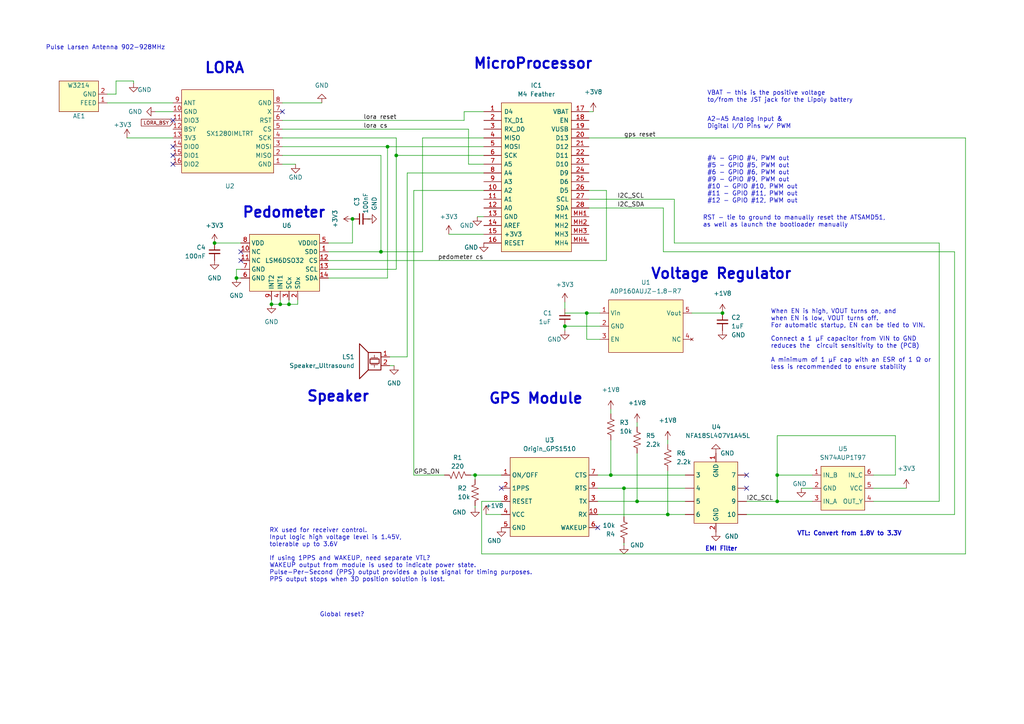
<source format=kicad_sch>
(kicad_sch (version 20211123) (generator eeschema)
  (paper "A4")
  (lib_symbols
    (symbol "Device:C_Small" (pin_numbers hide) (pin_names (offset 0.254) hide)
      (property "Reference" "C" (at 0.254 1.778 0))
      (property "Value" "C_Small" (at 0.254 -2.032 0))
      (symbol "C_Small_0_1"
        (polyline (pts (xy -1.524 -0.508) (xy 1.524 -0.508)) (stroke (width 0.3302)))
        (polyline (pts (xy -1.524 0.508) (xy 1.524 0.508)) (stroke (width 0.3048)))
      )
      (symbol "C_Small_1_1"
        (pin passive line (at 0 2.54 270) (length 2.032) (name "~") (number "1"))
        (pin passive line (at 0 -2.54 90) (length 2.032) (name "~") (number "2"))
      )
    )
    (symbol "Device:R_US" (pin_numbers hide) (pin_names (offset 0))
      (property "Reference" "R" (at 2.54 0 90))
      (property "Value" "R_US" (at -2.54 0 90))
      (symbol "R_US_0_1"
        (polyline (pts (xy 0 -2.286) (xy 0 -2.54)))
        (polyline (pts (xy 0 2.286) (xy 0 2.54)))
        (polyline (pts (xy 0 -0.762) (xy 1.016 -1.143) (xy 0 -1.524) (xy -1.016 -1.905) (xy 0 -2.286)))
        (polyline (pts (xy 0 0.762) (xy 1.016 0.381) (xy 0 0) (xy -1.016 -0.381) (xy 0 -0.762)))
        (polyline (pts (xy 0 2.286) (xy 1.016 1.905) (xy 0 1.524) (xy -1.016 1.143) (xy 0 0.762)))
      )
      (symbol "R_US_1_1"
        (pin passive line (at 0 3.81 270) (length 1.27) (name "~") (number "1"))
        (pin passive line (at 0 -3.81 90) (length 1.27) (name "~") (number "2"))
      )
    )
    (symbol "Device:Speaker_Ultrasound" (pin_names (offset 0) hide)
      (property "Reference" "LS" (at 0.635 5.715 0))
      (property "Value" "Speaker_Ultrasound" (at 0.635 3.81 0))
      (symbol "Speaker_Ultrasound_0_0"
        (rectangle (start -2.54 1.27) (end 1.143 -3.81) (stroke (width 0.254)))
        (rectangle (start -2.032 -0.635) (end 0.635 -1.905) (stroke (width 0.254)))
        (polyline (pts (xy -1.651 -2.286) (xy 0.381 -2.286)))
        (polyline (pts (xy -1.651 -0.254) (xy 0.381 -0.254)))
        (polyline (pts (xy -0.635 -2.286) (xy -0.635 -3.048)))
        (polyline (pts (xy -0.635 -0.254) (xy -0.635 0.508)))
        (polyline (pts (xy 1.143 1.27) (xy 3.683 3.81) (xy 3.683 -6.35) (xy 1.143 -3.81)) (stroke (width 0.254)))
      )
      (symbol "Speaker_Ultrasound_1_1"
        (pin input line (at -5.08 0 0) (length 2.54) (name "1") (number "1"))
        (pin input line (at -5.08 -2.54 0) (length 2.54) (name "2") (number "2"))
      )
    )
    (symbol "DogTracker:ADP160AUJZ-2.8-R7"
      (property "Reference" "U?" (at 0.635 1.27 0))
      (property "Value" "ADP160AUJZ-2.8-R7" (at 0.635 -1.27 0))
      (symbol "ADP160AUJZ-2.8-R7_0_1"
        (rectangle (start -10.16 -2.54) (end 11.43 -17.78) (fill (type background)))
      )
      (symbol "ADP160AUJZ-2.8-R7_1_1"
        (pin power_in line (at -12.7 -6.35 0) (length 2.54) (name "Vin") (number "1"))
        (pin input line (at -12.7 -10.16 0) (length 2.54) (name "GND") (number "2"))
        (pin input line (at -12.7 -13.97 0) (length 2.54) (name "EN") (number "3"))
        (pin no_connect line (at 13.97 -13.97 180) (length 2.54) (name "NC") (number "4"))
        (pin power_out line (at 13.97 -6.35 180) (length 2.54) (name "Vout") (number "5"))
      )
    )
    (symbol "DogTracker:LSM6DSO32"
      (property "Reference" "U?" (at -0.635 10.16 0))
      (property "Value" "LSM6DSO32" (at 0 0 0))
      (symbol "LSM6DSO32_0_1"
        (rectangle (start -10.16 7.62) (end 10.16 -8.89) (fill (type background)))
      )
      (symbol "LSM6DSO32_1_1"
        (pin input line (at -12.7 2.54 0) (length 2.54) (name "SD0") (number "1"))
        (pin input line (at 12.7 2.54 180) (length 2.54) (name "NC") (number "10"))
        (pin input line (at 12.7 0 180) (length 2.54) (name "NC") (number "11"))
        (pin input line (at -12.7 0 0) (length 2.54) (name "CS") (number "12"))
        (pin input line (at -12.7 -2.54 0) (length 2.54) (name "SCL") (number "13"))
        (pin input line (at -12.7 -5.08 0) (length 2.54) (name "SDA") (number "14"))
        (pin input line (at -3.81 -11.43 90) (length 2.54) (name "SDx") (number "2"))
        (pin input line (at -1.27 -11.43 90) (length 2.54) (name "SCx") (number "3"))
        (pin input line (at 1.27 -11.43 90) (length 2.54) (name "INT1") (number "4"))
        (pin input line (at -12.7 5.08 0) (length 2.54) (name "VDDIO") (number "5"))
        (pin input line (at 12.7 -5.08 180) (length 2.54) (name "GND") (number "6"))
        (pin input line (at 12.7 -2.54 180) (length 2.54) (name "GND") (number "7"))
        (pin input line (at 12.7 5.08 180) (length 2.54) (name "VDD") (number "8"))
        (pin input line (at 3.81 -11.43 90) (length 2.54) (name "INT2") (number "9"))
      )
    )
    (symbol "DogTracker:M4 Feather" (pin_names (offset 0.762))
      (property "Reference" "IC" (at 26.67 7.62 0))
      (property "Value" "M4 Feather" (at 26.67 5.08 0))
      (symbol "M4 Feather_0_0"
        (pin bidirectional line (at 0 0 0) (length 5.08) (name "D4") (number "1"))
        (pin bidirectional line (at 0 -22.86 0) (length 5.08) (name "A2") (number "10"))
        (pin bidirectional line (at 0 -25.4 0) (length 5.08) (name "A1") (number "11"))
        (pin bidirectional line (at 0 -27.94 0) (length 5.08) (name "A0") (number "12"))
        (pin power_in line (at 0 -30.48 0) (length 5.08) (name "GND") (number "13"))
        (pin bidirectional line (at 0 -33.02 0) (length 5.08) (name "AREF") (number "14"))
        (pin power_in line (at 0 -35.56 0) (length 5.08) (name "+3V3") (number "15"))
        (pin input line (at 0 -38.1 0) (length 5.08) (name "RESET") (number "16"))
        (pin power_in line (at 30.48 0 180) (length 5.08) (name "VBAT") (number "17"))
        (pin input line (at 30.48 -2.54 180) (length 5.08) (name "EN") (number "18"))
        (pin power_in line (at 30.48 -5.08 180) (length 5.08) (name "VUSB") (number "19"))
        (pin bidirectional line (at 0 -2.54 0) (length 5.08) (name "TX_D1") (number "2"))
        (pin bidirectional line (at 30.48 -7.62 180) (length 5.08) (name "D13") (number "20"))
        (pin bidirectional line (at 30.48 -10.16 180) (length 5.08) (name "D12") (number "21"))
        (pin bidirectional line (at 30.48 -12.7 180) (length 5.08) (name "D11") (number "22"))
        (pin bidirectional line (at 30.48 -15.24 180) (length 5.08) (name "D10") (number "23"))
        (pin bidirectional line (at 30.48 -17.78 180) (length 5.08) (name "D9") (number "24"))
        (pin bidirectional line (at 30.48 -20.32 180) (length 5.08) (name "D6") (number "25"))
        (pin bidirectional line (at 30.48 -22.86 180) (length 5.08) (name "D5") (number "26"))
        (pin bidirectional line (at 30.48 -25.4 180) (length 5.08) (name "SCL") (number "27"))
        (pin bidirectional line (at 30.48 -27.94 180) (length 5.08) (name "SDA") (number "28"))
        (pin bidirectional line (at 0 -5.08 0) (length 5.08) (name "RX_D0") (number "3"))
        (pin bidirectional line (at 0 -7.62 0) (length 5.08) (name "MISO") (number "4"))
        (pin bidirectional line (at 0 -10.16 0) (length 5.08) (name "MOSI") (number "5"))
        (pin bidirectional line (at 0 -12.7 0) (length 5.08) (name "SCK") (number "6"))
        (pin bidirectional line (at 0 -15.24 0) (length 5.08) (name "A5") (number "7"))
        (pin bidirectional line (at 0 -17.78 0) (length 5.08) (name "A4") (number "8"))
        (pin bidirectional line (at 0 -20.32 0) (length 5.08) (name "A3") (number "9"))
        (pin passive line (at 30.48 -30.48 180) (length 5.08) (name "MH1") (number "MH1"))
        (pin passive line (at 30.48 -33.02 180) (length 5.08) (name "MH2") (number "MH2"))
        (pin passive line (at 30.48 -35.56 180) (length 5.08) (name "MH3") (number "MH3"))
        (pin passive line (at 30.48 -38.1 180) (length 5.08) (name "MH4") (number "MH4"))
      )
      (symbol "M4 Feather_0_1"
        (polyline (pts (xy 5.08 2.54) (xy 25.4 2.54) (xy 25.4 -40.64) (xy 5.08 -40.64) (xy 5.08 2.54)) (stroke (width 0.1524)) (fill (type background)))
      )
    )
    (symbol "DogTracker:NFA18SL407V1A45L"
      (property "Reference" "U2" (at -1.27 6.35 0))
      (property "Value" "NFA18SL407V1A45L" (at -8.89 3.81 0))
      (symbol "NFA18SL407V1A45L_0_1"
        (rectangle (start -6.35 -3.81) (end 6.35 -21.59) (fill (type background)))
      )
      (symbol "NFA18SL407V1A45L_1_1"
        (pin output line (at 8.89 -19.05 180) (length 2.54) (name "10") (number ""))
        (pin input line (at -8.89 -7.62 0) (length 2.54) (name "3") (number ""))
        (pin input line (at -8.89 -11.43 0) (length 2.54) (name "4") (number ""))
        (pin input line (at -8.89 -15.24 0) (length 2.54) (name "5") (number ""))
        (pin input line (at -8.89 -19.05 0) (length 2.54) (name "6") (number ""))
        (pin output line (at 8.89 -7.62 180) (length 2.54) (name "7") (number ""))
        (pin output line (at 8.89 -11.43 180) (length 2.54) (name "8") (number ""))
        (pin output line (at 8.89 -15.24 180) (length 2.54) (name "9") (number ""))
        (pin input line (at 0 -1.27 270) (length 2.54) (name "GND") (number "1"))
        (pin input line (at 0 -24.13 90) (length 2.54) (name "GND") (number "2"))
      )
    )
    (symbol "DogTracker:Origin_GPS1510"
      (property "Reference" "U?" (at 0 1.27 0))
      (property "Value" "Origin_GPS1510" (at 0 -1.27 0))
      (symbol "Origin_GPS1510_0_1"
        (rectangle (start -11.43 -3.81) (end 11.43 -26.67) (fill (type background)))
      )
      (symbol "Origin_GPS1510_1_1"
        (pin input line (at -13.97 -8.89 0) (length 2.54) (name "ON/OFF") (number "1"))
        (pin bidirectional line (at 13.97 -20.32 180) (length 2.54) (name "RX") (number "10"))
        (pin output line (at -13.97 -12.7 0) (length 2.54) (name "1PPS") (number "2"))
        (pin bidirectional line (at 13.97 -16.51 180) (length 2.54) (name "TX") (number "3"))
        (pin power_in line (at -13.97 -20.32 0) (length 2.54) (name "VCC") (number "4"))
        (pin input line (at -13.97 -24.13 0) (length 2.54) (name "GND") (number "5"))
        (pin output line (at 13.97 -24.13 180) (length 2.54) (name "WAKEUP") (number "6"))
        (pin bidirectional line (at 13.97 -8.89 180) (length 2.54) (name "CTS") (number "7"))
        (pin input line (at -13.97 -16.51 0) (length 2.54) (name "RESET") (number "8"))
        (pin bidirectional line (at 13.97 -12.7 180) (length 2.54) (name "RTS") (number "9"))
      )
    )
    (symbol "DogTracker:SN74AUP1T97"
      (property "Reference" "U" (at 0 5.08 0))
      (property "Value" "SN74AUP1T97" (at 0 2.54 0))
      (symbol "SN74AUP1T97_0_1"
        (rectangle (start -6.35 1.27) (end 6.35 -11.43) (fill (type background)))
      )
      (symbol "SN74AUP1T97_1_1"
        (pin input line (at -8.89 -1.27 0) (length 2.54) (name "IN_B") (number "1"))
        (pin input line (at -8.89 -5.08 0) (length 2.54) (name "GND") (number "2"))
        (pin input line (at -8.89 -8.89 0) (length 2.54) (name "IN_A") (number "3"))
        (pin output line (at 8.89 -8.89 180) (length 2.54) (name "OUT_Y") (number "4"))
        (pin power_in line (at 8.89 -5.08 180) (length 2.54) (name "VCC") (number "5"))
        (pin input line (at 8.89 -1.27 180) (length 2.54) (name "IN_C") (number "6"))
      )
    )
    (symbol "DogTracker:SX1280IMLTRT_Radio"
      (property "Reference" "U" (at 0 12.7 0))
      (property "Value" "SX1280IMLTRT_Radio" (at 1.27 -11.43 0))
      (symbol "SX1280IMLTRT_Radio_0_1"
        (rectangle (start -12.7 11.43) (end 13.97 -12.7) (fill (type background)))
      )
      (symbol "SX1280IMLTRT_Radio_1_1"
        (pin bidirectional line (at -15.24 8.89 0) (length 2.54) (name "GND") (number "1"))
        (pin bidirectional line (at 16.51 -6.35 180) (length 2.54) (name "GND") (number "10"))
        (pin bidirectional line (at 16.51 -3.81 180) (length 2.54) (name "DIO3") (number "11"))
        (pin bidirectional line (at 16.51 -1.27 180) (length 2.54) (name "BSY") (number "12"))
        (pin bidirectional line (at 16.51 1.27 180) (length 2.54) (name "3V3") (number "13"))
        (pin bidirectional line (at 16.51 3.81 180) (length 2.54) (name "DIO0") (number "14"))
        (pin bidirectional line (at 16.51 6.35 180) (length 2.54) (name "DIO1") (number "15"))
        (pin bidirectional line (at 16.51 8.89 180) (length 2.54) (name "DIO2") (number "16"))
        (pin bidirectional line (at -15.24 6.35 0) (length 2.54) (name "MISO") (number "2"))
        (pin bidirectional line (at -15.24 3.81 0) (length 2.54) (name "MOSI") (number "3"))
        (pin bidirectional line (at -15.24 1.27 0) (length 2.54) (name "SCK") (number "4"))
        (pin bidirectional line (at -15.24 -1.27 0) (length 2.54) (name "CS") (number "5"))
        (pin bidirectional line (at -15.24 -3.81 0) (length 2.54) (name "RST") (number "6"))
        (pin bidirectional line (at -15.24 -6.35 0) (length 2.54) (name "X") (number "7"))
        (pin bidirectional line (at -15.24 -8.89 0) (length 2.54) (name "GND") (number "8"))
        (pin bidirectional line (at 16.51 -8.89 180) (length 2.54) (name "ANT") (number "9"))
      )
    )
    (symbol "DogTracker:W3214"
      (property "Reference" "AE" (at 0 5.08 0))
      (property "Value" "W3214" (at 0 -3.81 0))
      (symbol "W3214_0_1"
        (rectangle (start -5.08 3.81) (end 6.35 -5.08) (fill (type background)))
      )
      (symbol "W3214_1_1"
        (pin bidirectional line (at -7.62 1.27 0) (length 2.54) (name "FEED") (number "1"))
        (pin bidirectional line (at -7.62 -1.27 0) (length 2.54) (name "GND") (number "2"))
      )
    )
    (symbol "power:+1V8" (power) (pin_names (offset 0))
      (property "Value" "+1V8" (at 0 3.556 0))
      (symbol "+1V8_0_1"
        (polyline (pts (xy -0.762 1.27) (xy 0 2.54)))
        (polyline (pts (xy 0 0) (xy 0 2.54)))
        (polyline (pts (xy 0 2.54) (xy 0.762 1.27)))
      )
      (symbol "+1V8_1_1"
        (pin power_in line (at 0 0 90) (length 0) hide (name "+1V8") (number "1"))
      )
    )
    (symbol "power:+3V3" (power) (pin_names (offset 0))
      (property "Value" "+3V3" (at 0 3.556 0))
      (symbol "+3V3_0_1"
        (polyline (pts (xy -0.762 1.27) (xy 0 2.54)))
        (polyline (pts (xy 0 0) (xy 0 2.54)))
        (polyline (pts (xy 0 2.54) (xy 0.762 1.27)))
      )
      (symbol "+3V3_1_1"
        (pin power_in line (at 0 0 90) (length 0) hide (name "+3V3") (number "1"))
      )
    )
    (symbol "power:+3V8" (power) (pin_names (offset 0))
      (property "Value" "+3V8" (at 0 3.556 0))
      (symbol "+3V8_0_1"
        (polyline (pts (xy -0.762 1.27) (xy 0 2.54)))
        (polyline (pts (xy 0 0) (xy 0 2.54)))
        (polyline (pts (xy 0 2.54) (xy 0.762 1.27)))
      )
      (symbol "+3V8_1_1"
        (pin power_in line (at 0 0 90) (length 0) hide (name "+3V8") (number "1"))
      )
    )
    (symbol "power:GND" (power) (pin_names (offset 0))
      (property "Value" "GND" (at 0 -3.81 0))
      (symbol "GND_0_1"
        (polyline (pts (xy 0 0) (xy 0 -1.27) (xy 1.27 -1.27) (xy 0 -2.54) (xy -1.27 -1.27) (xy 0 -1.27)))
      )
      (symbol "GND_1_1"
        (pin power_in line (at 0 0 270) (length 0) hide (name "GND") (number "1"))
      )
    )
  )
  (junction (at 114.935 45.085))
  (junction (at 78.74 88.265))
  (junction (at 184.785 145.415))
  (junction (at 137.795 137.795))
  (junction (at 177.165 137.795))
  (junction (at 209.55 90.805))
  (junction (at 170.18 90.805))
  (junction (at 163.83 94.615))
  (junction (at 180.975 141.605))
  (junction (at 112.395 42.545))
  (junction (at 110.49 73.025))
  (junction (at 83.82 88.265))
  (junction (at 225.425 137.795))
  (junction (at 102.235 63.5))
  (junction (at 193.675 149.225))
  (junction (at 62.23 70.485))
  (junction (at 68.58 80.645))
  (junction (at 225.425 145.415))
  (junction (at 81.28 88.265))
  (no_connect (at 216.535 137.795))
  (no_connect (at 145.415 141.605))
  (no_connect (at 69.85 73.025))
  (no_connect (at 69.85 75.565))
  (no_connect (at 50.165 34.925))
  (no_connect (at 50.165 47.625))
  (no_connect (at 50.165 45.085))
  (no_connect (at 50.165 42.545))
  (no_connect (at 81.915 32.385))
  (no_connect (at 173.355 153.035))
  (no_connect (at 216.535 141.605))
  (wire (pts (xy 81.28 88.265) (xy 78.74 88.265)))
  (wire (pts (xy 112.395 42.545) (xy 112.395 80.645)))
  (wire (pts (xy 122.555 40.005) (xy 122.555 73.025)))
  (wire (pts (xy 93.345 29.845) (xy 81.915 29.845)))
  (wire (pts (xy 140.97 149.225) (xy 145.415 149.225)))
  (wire (pts (xy 225.425 145.415) (xy 235.585 145.415)))
  (wire (pts (xy 69.85 78.105) (xy 68.58 78.105)))
  (wire (pts (xy 110.49 73.025) (xy 95.25 73.025)))
  (wire (pts (xy 163.83 90.805) (xy 170.18 90.805)))
  (wire (pts (xy 193.675 136.525) (xy 193.675 149.225)))
  (wire (pts (xy 170.815 60.325) (xy 192.405 60.325)))
  (wire (pts (xy 112.395 42.545) (xy 140.335 42.545)))
  (wire (pts (xy 137.795 146.685) (xy 137.795 147.32)))
  (wire (pts (xy 276.86 73.025) (xy 276.86 149.225)))
  (wire (pts (xy 170.815 55.245) (xy 175.895 55.245)))
  (wire (pts (xy 33.655 27.305) (xy 33.655 23.495)))
  (wire (pts (xy 173.355 137.795) (xy 177.165 137.795)))
  (wire (pts (xy 81.915 42.545) (xy 112.395 42.545)))
  (wire (pts (xy 195.58 57.785) (xy 195.58 70.485)))
  (wire (pts (xy 138.43 62.865) (xy 140.335 62.865)))
  (wire (pts (xy 175.895 75.565) (xy 175.895 55.245)))
  (wire (pts (xy 106.68 63.5) (xy 107.315 63.5)))
  (wire (pts (xy 140.335 67.945) (xy 130.175 67.945)))
  (wire (pts (xy 280.035 160.655) (xy 139.7 160.655)))
  (wire (pts (xy 180.975 141.605) (xy 198.755 141.605)))
  (wire (pts (xy 114.935 78.105) (xy 95.25 78.105)))
  (wire (pts (xy 120.015 55.245) (xy 120.015 137.795)))
  (wire (pts (xy 83.82 86.995) (xy 83.82 88.265)))
  (wire (pts (xy 110.49 45.085) (xy 110.49 73.025)))
  (wire (pts (xy 225.425 137.795) (xy 235.585 137.795)))
  (wire (pts (xy 36.83 40.005) (xy 50.165 40.005)))
  (wire (pts (xy 134.62 34.925) (xy 134.62 32.385)))
  (wire (pts (xy 68.58 78.105) (xy 68.58 80.645)))
  (wire (pts (xy 170.18 90.805) (xy 170.18 98.425)))
  (wire (pts (xy 272.415 70.485) (xy 272.415 145.415)))
  (wire (pts (xy 259.715 137.795) (xy 253.365 137.795)))
  (wire (pts (xy 135.89 47.625) (xy 135.89 37.465)))
  (wire (pts (xy 192.405 60.325) (xy 192.405 73.025)))
  (wire (pts (xy 95.25 80.645) (xy 112.395 80.645)))
  (wire (pts (xy 225.425 126.365) (xy 259.715 126.365)))
  (wire (pts (xy 86.36 86.995) (xy 86.36 88.265)))
  (wire (pts (xy 173.355 141.605) (xy 180.975 141.605)))
  (wire (pts (xy 118.11 103.505) (xy 118.11 50.165)))
  (wire (pts (xy 232.41 141.605) (xy 235.585 141.605)))
  (wire (pts (xy 81.28 86.995) (xy 81.28 88.265)))
  (wire (pts (xy 137.795 137.795) (xy 145.415 137.795)))
  (wire (pts (xy 225.425 145.415) (xy 225.425 137.795)))
  (wire (pts (xy 163.83 87.63) (xy 163.83 89.535)))
  (wire (pts (xy 139.7 145.415) (xy 145.415 145.415)))
  (wire (pts (xy 184.785 145.415) (xy 198.755 145.415)))
  (wire (pts (xy 193.675 127.635) (xy 193.675 128.905)))
  (wire (pts (xy 118.11 50.165) (xy 140.335 50.165)))
  (wire (pts (xy 177.165 127.635) (xy 177.165 137.795)))
  (wire (pts (xy 114.935 45.085) (xy 114.935 78.105)))
  (wire (pts (xy 86.36 88.265) (xy 83.82 88.265)))
  (wire (pts (xy 216.535 145.415) (xy 225.425 145.415)))
  (wire (pts (xy 120.015 137.795) (xy 128.905 137.795)))
  (wire (pts (xy 173.355 149.225) (xy 193.675 149.225)))
  (wire (pts (xy 225.425 137.795) (xy 225.425 126.365)))
  (wire (pts (xy 114.935 45.085) (xy 114.935 40.005)))
  (wire (pts (xy 135.89 37.465) (xy 81.915 37.465)))
  (wire (pts (xy 140.335 55.245) (xy 120.015 55.245)))
  (wire (pts (xy 137.795 139.065) (xy 137.795 137.795)))
  (wire (pts (xy 102.235 70.485) (xy 95.25 70.485)))
  (wire (pts (xy 170.18 90.805) (xy 173.99 90.805)))
  (wire (pts (xy 170.815 57.785) (xy 195.58 57.785)))
  (wire (pts (xy 114.3 106.045) (xy 113.03 106.045)))
  (wire (pts (xy 95.25 75.565) (xy 175.895 75.565)))
  (wire (pts (xy 139.7 160.655) (xy 139.7 145.415)))
  (wire (pts (xy 122.555 40.005) (xy 140.335 40.005)))
  (wire (pts (xy 81.915 34.925) (xy 134.62 34.925)))
  (wire (pts (xy 184.785 131.445) (xy 184.785 145.415)))
  (wire (pts (xy 81.915 45.085) (xy 110.49 45.085)))
  (wire (pts (xy 177.165 118.745) (xy 177.165 120.015)))
  (wire (pts (xy 193.675 149.225) (xy 198.755 149.225)))
  (wire (pts (xy 69.85 70.485) (xy 62.23 70.485)))
  (wire (pts (xy 85.725 47.625) (xy 81.915 47.625)))
  (wire (pts (xy 163.83 94.615) (xy 173.99 94.615)))
  (wire (pts (xy 195.58 70.485) (xy 272.415 70.485)))
  (wire (pts (xy 276.86 149.225) (xy 216.535 149.225)))
  (wire (pts (xy 163.83 94.615) (xy 163.83 95.885)))
  (wire (pts (xy 78.74 86.995) (xy 78.74 88.265)))
  (wire (pts (xy 113.03 103.505) (xy 118.11 103.505)))
  (wire (pts (xy 180.975 141.605) (xy 180.975 149.86)))
  (wire (pts (xy 31.115 27.305) (xy 33.655 27.305)))
  (wire (pts (xy 173.355 145.415) (xy 184.785 145.415)))
  (wire (pts (xy 50.165 32.385) (xy 45.085 32.385)))
  (wire (pts (xy 50.165 29.845) (xy 31.115 29.845)))
  (wire (pts (xy 135.89 47.625) (xy 140.335 47.625)))
  (wire (pts (xy 38.735 23.495) (xy 38.735 24.13)))
  (wire (pts (xy 83.82 88.265) (xy 81.28 88.265)))
  (wire (pts (xy 170.815 40.005) (xy 280.035 40.005)))
  (wire (pts (xy 184.785 122.555) (xy 184.785 123.825)))
  (wire (pts (xy 280.035 40.005) (xy 280.035 160.655)))
  (wire (pts (xy 114.935 45.085) (xy 140.335 45.085)))
  (wire (pts (xy 122.555 73.025) (xy 110.49 73.025)))
  (wire (pts (xy 180.975 157.48) (xy 180.975 158.115)))
  (wire (pts (xy 114.935 40.005) (xy 81.915 40.005)))
  (wire (pts (xy 192.405 73.025) (xy 276.86 73.025)))
  (wire (pts (xy 253.365 141.605) (xy 262.89 141.605)))
  (wire (pts (xy 33.655 23.495) (xy 38.735 23.495)))
  (wire (pts (xy 259.715 126.365) (xy 259.715 137.795)))
  (wire (pts (xy 102.235 63.5) (xy 102.235 70.485)))
  (wire (pts (xy 272.415 145.415) (xy 253.365 145.415)))
  (wire (pts (xy 134.62 32.385) (xy 140.335 32.385)))
  (wire (pts (xy 170.18 98.425) (xy 173.99 98.425)))
  (wire (pts (xy 136.525 137.795) (xy 137.795 137.795)))
  (wire (pts (xy 177.165 137.795) (xy 198.755 137.795)))
  (wire (pts (xy 69.85 80.645) (xy 68.58 80.645)))
  (wire (pts (xy 200.66 90.805) (xy 209.55 90.805)))
  (wire (pts (xy 172.085 32.385) (xy 170.815 32.385)))
  (text "#4 - GPIO #4, PWM out\n#5 - GPIO #5, PWM out\n#6 - GPIO #6, PWM out\n#9 - GPIO #9, PWM out\n#10 - GPIO #10, PWM out\n#11 - GPIO #11, PWM out\n#12 - GPIO #12, PWM out" (at 205.105 59.055 0) (effects (font (size 1.27 1.27)) (justify left bottom)))
  (text "VTL: Convert from 1.8V to 3.3V" (at 231.14 155.575 0) (effects (font (size 1.27 1.27) (thickness 0.254) bold) (justify left bottom)))
  (text "Pulse Larsen Antenna 902-928MHz " (at 48.895 14.605 180) (effects (font (size 1.27 1.27)) (justify right bottom)))
  (text "Voltage Regulator" (at 188.595 81.28 0) (effects (font (size 3 3) (thickness 0.6) bold) (justify left bottom)))
  (text "EMI Filter" (at 204.47 160.02 0) (effects (font (size 1.27 1.27) (thickness 0.254) bold) (justify left bottom)))
  (text "LORA" (at 71.12 21.59 180) (effects (font (size 3 3) (thickness 0.6) bold) (justify right bottom)))
  (text "Pedometer" (at 94.615 63.5 180) (effects (font (size 3 3) (thickness 0.6) bold) (justify right bottom)))
  (text "VBAT - this is the positive voltage \nto/from the JST jack for the Lipoly battery" (at 205.105 29.845 0) (effects (font (size 1.27 1.27)) (justify left bottom)))
  (text "MicroProcessor\n" (at 137.16 20.32 0) (effects (font (size 3 3) (thickness 0.6) bold) (justify left bottom)))
  (text "RX used for receiver control. \nInput logic high voltage level is 1.45V, \ntolerable up to 3.6V" (at 78.105 158.75 0) (effects (font (size 1.27 1.27)) (justify left bottom)))
  (text "If using 1PPS and WAKEUP, need separate VTL?\nWAKEUP output from module is used to indicate power state.\nPulse-Per-Second (PPS) output provides a pulse signal for timing purposes.\nPPS output stops when 3D position solution is lost.\n" (at 78.105 168.91 0) (effects (font (size 1.27 1.27)) (justify left bottom)))
  (text "When EN is high, VOUT turns on, and \nwhen EN is low, VOUT turns off. \nFor automatic startup, EN can be tied to VIN." (at 223.52 95.25 0) (effects (font (size 1.27 1.27)) (justify left bottom)))
  (text "A2-A5 Analog Input &\nDigital I/O Pins w/ PWM\n" (at 205.105 37.465 0) (effects (font (size 1.27 1.27)) (justify left bottom)))
  (text "Global reset?" (at 92.71 179.07 0) (effects (font (size 1.27 1.27)) (justify left bottom)))
  (text "Connect a 1 μF capacitor from VIN to GND \nreduces the  circuit sensitivity to the (PCB)\n\nA minimum of 1 μF cap with an ESR of 1 Ω or \nless is recommended to ensure stability " (at 223.52 107.315 0) (effects (font (size 1.27 1.27)) (justify left bottom)))
  (text "GPS Module" (at 141.605 117.475 0) (effects (font (size 3 3) (thickness 0.6) bold) (justify left bottom)))
  (text "RST - tie to ground to manually reset the ATSAMD51,\nas well as launch the bootloader manually" (at 203.835 66.04 0) (effects (font (size 1.27 1.27)) (justify left bottom)))
  (text "Speaker\n" (at 107.315 116.84 180) (effects (font (size 3 3) (thickness 0.6) bold) (justify right bottom)))
  (label "pedometer cs" (at 127 75.565 0))
  (label "GPS_ON" (at 120.015 137.795 0))
  (label "lora cs" (at 105.41 37.465 0))
  (label "I2C_SCL" (at 216.535 145.415 0))
  (label "I2C_SCL" (at 179.07 57.785 0))
  (label "lora reset" (at 105.41 34.925 0))
  (label "gps reset" (at 180.975 40.005 0))
  (label "I2C_SDA" (at 179.07 60.325 0))
  (global_label "LORA_BSY" (shape input) (at 50.165 35.56 180) (effects (font (size 1 1))) (property "Intersheet References" "${INTERSHEET_REFS}" (effects hide)))
  (symbol (lib_id "power:GND") (at 85.725 47.625 0) (unit 1)
    (property "Reference" "#PWR0128" (effects hide))
    (property "Value" "GND" (at 85.725 51.435 0))
  )
  (symbol (lib_id "power:+3V3") (at 62.23 70.485 0) (mirror y) (unit 1)
    (property "Reference" "#PWR0132" (effects hide))
    (property "Value" "+3V3" (at 62.23 65.405 0))
  )
  (symbol (lib_id "power:GND") (at 93.345 29.845 180) (unit 1)
    (property "Reference" "#PWR0127" (effects hide))
    (property "Value" "GND" (at 93.345 24.765 0))
  )
  (symbol (lib_id "power:GND") (at 180.975 158.115 0) (unit 1)
    (property "Reference" "#PWR0110" (effects hide))
    (property "Value" "GND" (at 184.785 158.115 0))
  )
  (symbol (lib_id "power:+3V8") (at 172.085 32.385 0) (unit 1)
    (property "Reference" "#PWR0107" (effects hide))
    (property "Value" "+3V8" (at 172.085 26.67 0))
  )
  (symbol (lib_id "power:GND") (at 106.68 63.5 90) (mirror x) (unit 1)
    (property "Reference" "#PWR0102" (effects hide))
    (property "Value" "GND" (at 108.585 59.055 0))
  )
  (symbol (lib_id "Device:C_Small") (at 62.23 73.025 0) (mirror y) (unit 1)
    (property "Reference" "C4" (at 59.69 71.7612 0) (effects (justify left)))
    (property "Value" "100nF" (at 59.69 74.3012 0) (effects (justify left)))
    (property "Footprint" "Capacitor_SMD:C_0402_1005Metric" (effects hide))
  )
  (symbol (lib_id "power:+3V3") (at 163.83 87.63 0) (unit 1)
    (property "Reference" "#PWR?" (effects hide))
    (property "Value" "+3V3" (at 163.83 82.55 0))
  )
  (symbol (lib_id "power:+1V8") (at 184.785 122.555 0) (unit 1)
    (property "Reference" "#PWR?" (effects hide))
    (property "Value" "+1V8" (at 184.785 116.84 0))
  )
  (symbol (lib_id "power:+1V8") (at 177.165 118.745 0) (unit 1)
    (property "Reference" "#PWR?" (effects hide))
    (property "Value" "+1V8" (at 177.165 113.03 0))
  )
  (symbol (lib_id "power:+1V8") (at 193.675 127.635 0) (unit 1)
    (property "Reference" "#PWR?" (effects hide))
    (property "Value" "+1V8" (at 193.675 121.92 0))
  )
  (symbol (lib_id "Device:R_US") (at 132.715 137.795 90) (mirror x) (unit 1)
    (property "Reference" "R1" (at 132.715 132.715 90))
    (property "Value" "220" (at 132.715 135.255 90))
    (property "Footprint" "Resistor_SMD:R_0402_1005Metric" (effects hide))
  )
  (symbol (lib_id "Device:Speaker_Ultrasound") (at 107.95 103.505 0) (mirror y) (unit 1)
    (property "Reference" "LS1" (at 102.87 103.5049 0) (effects (justify left)))
    (property "Value" "Speaker_Ultrasound" (at 102.87 106.0449 0) (effects (justify left)))
  )
  (symbol (lib_id "DogTracker:Origin_GPS1510") (at 159.385 128.905 0) (unit 1)
    (property "Reference" "U3" (at 159.385 127.635 0))
    (property "Value" "Origin_GPS1510" (at 159.385 130.175 0))
    (property "Footprint" "Dog_Tracker:OriginGPS_LTD-ORG1510-MK04-0" (effects hide))
  )
  (symbol (lib_id "power:+3V3") (at 130.175 67.945 0) (unit 1)
    (property "Reference" "#PWR?" (effects hide))
    (property "Value" "+3V3" (at 130.175 62.865 0))
  )
  (symbol (lib_id "Device:R_US") (at 137.795 142.875 0) (mirror y) (unit 1)
    (property "Reference" "R2" (at 132.715 141.605 0) (effects (justify right)))
    (property "Value" "10k" (at 132.715 144.145 0) (effects (justify right)))
    (property "Footprint" "Resistor_SMD:R_0402_1005Metric" (effects hide))
  )
  (symbol (lib_id "power:+1V8") (at 140.97 149.225 0) (unit 1)
    (property "Reference" "#PWR0114" (effects hide))
    (property "Value" "+1V8" (at 146.05 146.685 0) (effects (justify right)))
  )
  (symbol (lib_id "power:GND") (at 207.645 154.305 0) (unit 1)
    (property "Reference" "#PWR0113" (effects hide))
    (property "Value" "GND" (at 210.185 155.5749 0) (effects (justify left)))
  )
  (symbol (lib_id "DogTracker:SX1280IMLTRT_Radio") (at 66.675 38.735 180) (unit 1)
    (property "Reference" "U2" (at 66.675 53.975 0))
    (property "Value" "SX1280IMLTRT" (at 66.675 38.735 0))
    (property "Footprint" "Dog_Tracker:SX1280IMLTRT" (effects hide))
  )
  (symbol (lib_id "power:GND") (at 207.645 131.445 180) (unit 1)
    (property "Reference" "#PWR0109" (effects hide))
    (property "Value" "GND" (at 208.915 131.445 0) (effects (justify right)))
  )
  (symbol (lib_id "Device:R_US") (at 184.785 127.635 180) (unit 1)
    (property "Reference" "R5" (at 187.325 126.3649 0) (effects (justify right)))
    (property "Value" "2.2k" (at 187.325 128.9049 0) (effects (justify right)))
    (property "Footprint" "Resistor_SMD:R_0402_1005Metric" (effects hide))
  )
  (symbol (lib_id "Device:R_US") (at 180.975 153.67 0) (unit 1)
    (property "Reference" "R4" (at 178.435 154.9401 0) (effects (justify right)))
    (property "Value" "10k" (at 178.435 152.4001 0) (effects (justify right)))
    (property "Footprint" "Resistor_SMD:R_0402_1005Metric" (effects hide))
  )
  (symbol (lib_id "power:GND") (at 163.83 95.885 0) (unit 1)
    (property "Reference" "#PWR0119" (effects hide))
    (property "Value" "GND" (at 158.75 98.425 0) (effects (justify left)))
  )
  (symbol (lib_id "power:+3V3") (at 262.89 141.605 0) (unit 1)
    (property "Reference" "#PWR?" (effects hide))
    (property "Value" "+3V3" (at 262.89 135.89 0))
  )
  (symbol (lib_id "Device:C_Small") (at 209.55 93.345 0) (unit 1)
    (property "Reference" "C2" (at 212.09 92.0812 0) (effects (justify left)))
    (property "Value" "1uF" (at 212.09 94.6212 0) (effects (justify left)))
    (property "Footprint" "Capacitor_SMD:C_0402_1005Metric" (effects hide))
  )
  (symbol (lib_id "DogTracker:M4 Feather") (at 140.335 32.385 0) (unit 1)
    (property "Reference" "IC1" (at 155.575 24.765 0))
    (property "Value" "M4 Feather" (at 155.575 27.305 0))
    (property "Footprint" "Dog_Tracker:M4Feather" (effects hide))
    (property "Datasheet" "https://learn.adafruit.com/adafruit-feather-m4-express-atsamd51/assembly" (effects hide))
    (property "Description" "Development Boards & Kits - ARM Adafruit Feather M4 Express - Featuring ATSAMD51 - ATSAMD51 Cortex M4" (effects hide))
    (property "Height" "7" (effects hide))
    (property "Manufacturer_Name" "Adafruit" (effects hide))
    (property "Manufacturer_Part_Number" "3857" (effects hide))
    (property "Mouser Part Number" "485-3857" (effects hide))
    (property "Mouser Price/Stock" "https://www.mouser.co.uk/ProductDetail/Adafruit/3857?qs=%252BEew9%252B0nqrAB3p5SH3%252By1Q%3D%3D" (effects hide))
    (property "Arrow Part Number" "3857" (effects hide))
    (property "Arrow Price/Stock" "https://www.arrow.com/en/products/3857/adafruit-industries" (effects hide))
  )
  (symbol (lib_id "Device:C_Small") (at 163.83 92.075 0) (mirror y) (unit 1)
    (property "Reference" "C1" (at 157.48 90.805 0) (effects (justify right)))
    (property "Value" "1uF" (at 156.21 93.345 0) (effects (justify right)))
    (property "Footprint" "Capacitor_SMD:C_0402_1005Metric" (effects hide))
  )
  (symbol (lib_id "power:GND") (at 62.23 75.565 0) (mirror y) (unit 1)
    (property "Reference" "#PWR0133" (effects hide))
    (property "Value" "GND" (at 62.23 80.645 0))
  )
  (symbol (lib_id "DogTracker:W3214") (at 23.495 28.575 180) (unit 1)
    (property "Reference" "AE1" (at 24.765 33.655 0) (effects (justify left)))
    (property "Value" "W3214" (at 26.035 24.765 0) (effects (justify left)))
  )
  (symbol (lib_id "power:GND") (at 45.085 32.385 270) (unit 1)
    (property "Reference" "#PWR0131" (effects hide))
    (property "Value" "GND" (at 41.275 32.3851 90) (effects (justify right)))
  )
  (symbol (lib_id "power:GND") (at 68.58 80.645 0) (mirror y) (unit 1)
    (property "Reference" "#PWR0105" (effects hide))
    (property "Value" "GND" (at 68.58 85.725 0))
  )
  (symbol (lib_id "power:GND") (at 232.41 141.605 0) (unit 1)
    (property "Reference" "#PWR0112" (effects hide))
    (property "Value" "GND" (at 229.87 140.335 0) (effects (justify left)))
  )
  (symbol (lib_id "power:GND") (at 114.3 106.045 0) (mirror y) (unit 1)
    (property "Reference" "#PWR0103" (effects hide))
    (property "Value" "GND" (at 114.3 111.125 0))
  )
  (symbol (lib_id "DogTracker:ADP160AUJZ-2.8-R7") (at 186.69 84.455 0) (unit 1)
    (property "Reference" "U1" (at 187.325 81.915 0))
    (property "Value" "ADP160AUJZ-1.8-R7" (at 187.325 84.455 0))
    (property "Footprint" "Dog_Tracker:ADP160AUJZ-1.8-R7" (effects hide))
  )
  (symbol (lib_id "power:GND") (at 209.55 95.885 0) (unit 1)
    (property "Reference" "#PWR0117" (effects hide))
    (property "Value" "GND" (at 212.09 97.1549 0) (effects (justify left)))
  )
  (symbol (lib_id "power:GND") (at 78.74 88.265 0) (mirror y) (unit 1)
    (property "Reference" "#PWR0104" (effects hide))
    (property "Value" "GND" (at 78.74 93.345 0))
  )
  (symbol (lib_id "Device:R_US") (at 193.675 132.715 180) (unit 1)
    (property "Reference" "R6" (at 196.215 131.4449 0) (effects (justify right)))
    (property "Value" "2.2k" (at 196.215 133.9849 0) (effects (justify right)))
    (property "Footprint" "Resistor_SMD:R_0402_1005Metric" (effects hide))
  )
  (symbol (lib_id "power:GND") (at 140.335 70.485 0) (unit 1)
    (property "Reference" "#PWR0123" (effects hide))
    (property "Value" "GND" (at 134.62 71.755 0) (effects (justify left)))
  )
  (symbol (lib_id "Device:C_Small") (at 104.775 63.5 90) (mirror x) (unit 1)
    (property "Reference" "C3" (at 103.505 57.15 0) (effects (justify left)))
    (property "Value" "100nF" (at 106.045 55.88 0) (effects (justify left)))
    (property "Footprint" "Capacitor_SMD:C_0402_1005Metric" (effects hide))
  )
  (symbol (lib_id "power:+3V3") (at 102.235 63.5 90) (mirror x) (unit 1)
    (property "Reference" "#PWR0101" (effects hide))
    (property "Value" "+3V3" (at 97.155 63.5 0))
  )
  (symbol (lib_id "power:GND") (at 145.415 153.035 0) (unit 1)
    (property "Reference" "#PWR0115" (effects hide))
    (property "Value" "GND" (at 145.4149 156.845 0) (effects (justify right)))
  )
  (symbol (lib_id "Device:R_US") (at 177.165 123.825 180) (unit 1)
    (property "Reference" "R3" (at 179.705 122.5549 0) (effects (justify right)))
    (property "Value" "10k" (at 179.705 125.0949 0) (effects (justify right)))
    (property "Footprint" "Resistor_SMD:R_0402_1005Metric" (effects hide))
  )
  (symbol (lib_id "power:GND") (at 38.735 24.13 0) (unit 1)
    (property "Reference" "#PWR0130" (effects hide))
    (property "Value" "GND" (at 41.91 26.035 0))
  )
  (symbol (lib_id "power:GND") (at 138.43 62.865 0) (unit 1)
    (property "Reference" "#PWR0125" (effects hide))
    (property "Value" "GND" (at 133.35 65.405 0) (effects (justify left)))
  )
  (symbol (lib_id "power:GND") (at 137.795 147.32 0) (mirror y) (unit 1)
    (property "Reference" "#PWR0129" (effects hide))
    (property "Value" "GND" (at 135.255 148.5899 0) (effects (justify left)))
  )
  (symbol (lib_id "DogTracker:SN74AUP1T97") (at 244.475 136.525 0) (unit 1)
    (property "Reference" "U5" (at 244.475 130.175 0))
    (property "Value" "SN74AUP1T97" (at 244.475 132.715 0))
    (property "Footprint" "Dog_Tracker:SN74AUP1T97DSFR" (effects hide))
  )
  (symbol (lib_id "DogTracker:NFA18SL407V1A45L") (at 207.645 130.175 0) (unit 1)
    (property "Reference" "U4" (at 206.375 123.825 0) (effects (justify left)))
    (property "Value" "NFA18SL407V1A45L" (at 198.755 126.365 0) (effects (justify left)))
    (property "Footprint" "Dog_Tracker:NFA18SL307V1A45B" (effects hide))
  )
  (symbol (lib_id "DogTracker:LSM6DSO32") (at 82.55 75.565 0) (mirror y) (unit 1)
    (property "Reference" "U6" (at 83.185 65.405 0))
    (property "Value" "LSM6DSO32" (at 82.55 75.565 0))
    (property "Footprint" "Dog_Tracker:LSM6DSRTR" (effects hide))
  )
  (symbol (lib_id "power:+3V3") (at 36.83 40.005 0) (unit 1)
    (property "Reference" "#PWR?" (effects hide))
    (property "Value" "+3V3" (at 35.56 36.195 0))
  )
  (symbol (lib_id "power:+1V8") (at 209.55 90.805 0) (unit 1)
    (property "Reference" "#PWR?" (effects hide))
    (property "Value" "+1V8" (at 209.55 85.09 0))
  )
)
</source>
